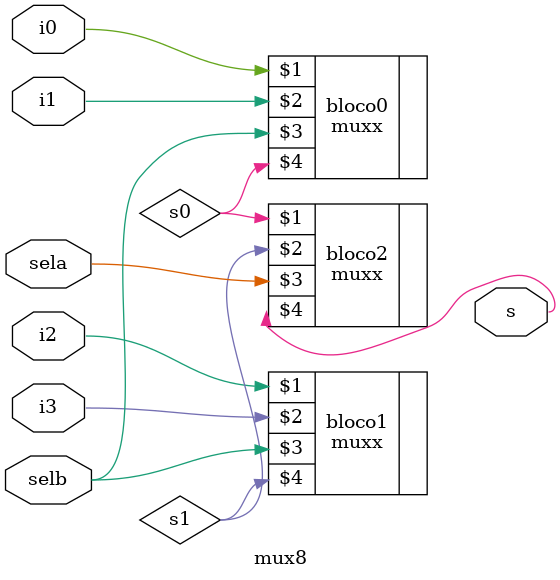
<source format=v>
module mux8 (i0, i1, i2, i3, sela, selb, s);

input i0, i1, i2, i3, sela, selb;
wire s0, s1;
output s;


muxx bloco0 (i0, i1, selb, s0);
muxx bloco1 (i2, i3, selb, s1);
muxx bloco2 (s0, s1 , sela, s);


endmodule
</source>
